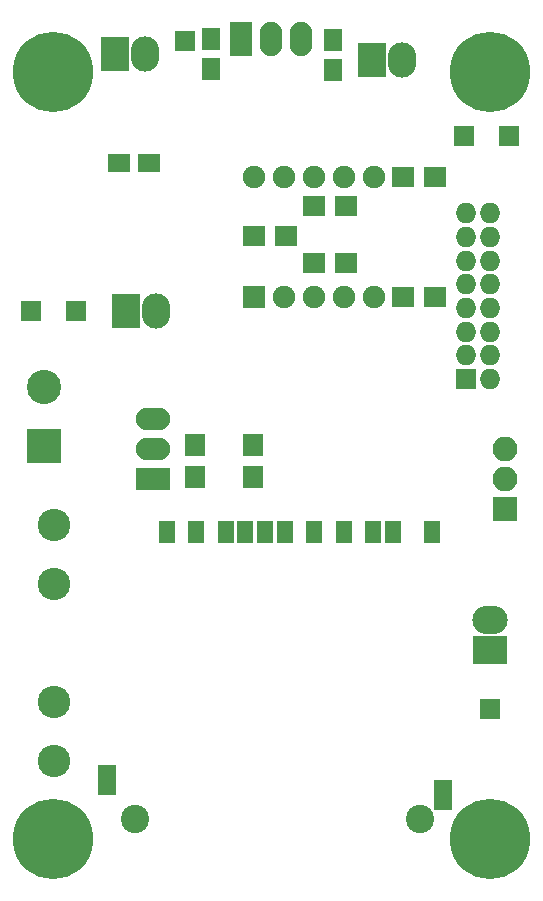
<source format=gbs>
G04 #@! TF.FileFunction,Soldermask,Bot*
%FSLAX46Y46*%
G04 Gerber Fmt 4.6, Leading zero omitted, Abs format (unit mm)*
G04 Created by KiCad (PCBNEW 4.0.6) date Wednesday, October 04, 2017 'PMt' 10:34:30 PM*
%MOMM*%
%LPD*%
G01*
G04 APERTURE LIST*
%ADD10C,0.100000*%
%ADD11R,1.900000X2.900000*%
%ADD12O,1.900000X2.900000*%
%ADD13R,1.900000X1.900000*%
%ADD14C,1.900000*%
%ADD15R,1.600000X2.600000*%
%ADD16C,2.400000*%
%ADD17R,1.400000X1.900000*%
%ADD18R,2.900000X1.900000*%
%ADD19O,2.900000X1.900000*%
%ADD20R,1.750000X1.750000*%
%ADD21O,1.750000X1.750000*%
%ADD22C,6.800000*%
%ADD23R,1.650000X1.900000*%
%ADD24C,2.750000*%
%ADD25R,2.900000X2.900000*%
%ADD26C,2.900000*%
%ADD27R,2.100000X2.100000*%
%ADD28O,2.100000X2.100000*%
%ADD29R,1.900000X1.700000*%
%ADD30R,1.700000X1.900000*%
%ADD31R,3.000000X2.400000*%
%ADD32O,3.000000X2.400000*%
%ADD33R,2.400000X3.000000*%
%ADD34O,2.400000X3.000000*%
%ADD35R,1.900000X1.650000*%
G04 APERTURE END LIST*
D10*
D11*
X119900000Y-77200000D03*
D12*
X122440000Y-77200000D03*
X124980000Y-77200000D03*
D13*
X121000000Y-99100000D03*
D14*
X123540000Y-99100000D03*
X126080000Y-99100000D03*
X128620000Y-99100000D03*
X131160000Y-99100000D03*
X131160000Y-88940000D03*
X128620000Y-88940000D03*
X126080000Y-88940000D03*
X123540000Y-88940000D03*
X121000000Y-88940000D03*
D15*
X137000000Y-141200000D03*
D16*
X135100000Y-143300000D03*
D17*
X120275000Y-119000000D03*
X136100000Y-119000000D03*
X126125000Y-119000000D03*
X132750000Y-119000000D03*
X128625000Y-119000000D03*
X118625000Y-119000000D03*
X131050000Y-119000000D03*
X121925000Y-119000000D03*
X123625000Y-119000000D03*
X113625000Y-119000000D03*
X116125000Y-119000000D03*
D16*
X110900000Y-143300000D03*
D15*
X108600000Y-140000000D03*
D18*
X112500000Y-114500000D03*
D19*
X112500000Y-111960000D03*
X112500000Y-109420000D03*
D20*
X139000000Y-106000000D03*
D21*
X141000000Y-106000000D03*
X139000000Y-104000000D03*
X141000000Y-104000000D03*
X139000000Y-102000000D03*
X141000000Y-102000000D03*
X139000000Y-100000000D03*
X141000000Y-100000000D03*
X139000000Y-98000000D03*
X141000000Y-98000000D03*
X139000000Y-96000000D03*
X141000000Y-96000000D03*
X139000000Y-94000000D03*
X141000000Y-94000000D03*
X139000000Y-92000000D03*
X141000000Y-92000000D03*
D22*
X104000000Y-145000000D03*
X141000000Y-145000000D03*
X141000000Y-80000000D03*
D23*
X117400000Y-77250000D03*
X117400000Y-79750000D03*
X127700000Y-77350000D03*
X127700000Y-79850000D03*
D24*
X104100000Y-133400000D03*
X104100000Y-138400000D03*
X104100000Y-123400000D03*
X104100000Y-118400000D03*
D25*
X103200000Y-111700000D03*
D26*
X103200000Y-106700000D03*
D27*
X142300000Y-117000000D03*
D28*
X142300000Y-114460000D03*
X142300000Y-111920000D03*
D29*
X136350000Y-88900000D03*
X133650000Y-88900000D03*
X128800000Y-96200000D03*
X126100000Y-96200000D03*
X136350000Y-99100000D03*
X133650000Y-99100000D03*
X123700000Y-93900000D03*
X121000000Y-93900000D03*
X128800000Y-91350000D03*
X126100000Y-91350000D03*
D30*
X120900000Y-114350000D03*
X120900000Y-111650000D03*
X116000000Y-111650000D03*
X116000000Y-114350000D03*
D20*
X142625000Y-85450000D03*
X138800000Y-85475000D03*
X141000000Y-134000000D03*
X115175000Y-77375000D03*
X102150000Y-100250000D03*
D22*
X104000000Y-80000000D03*
D31*
X141000000Y-129000000D03*
D32*
X141000000Y-126460000D03*
D33*
X131000000Y-79000000D03*
D34*
X133540000Y-79000000D03*
D33*
X109200000Y-78500000D03*
D34*
X111740000Y-78500000D03*
D33*
X110200000Y-100300000D03*
D34*
X112740000Y-100300000D03*
D35*
X109600000Y-87750000D03*
X112100000Y-87750000D03*
D20*
X105975000Y-100300000D03*
M02*

</source>
